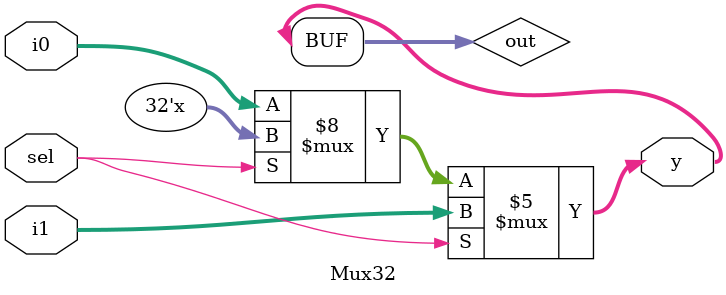
<source format=sv>

`timescale 1ns/1ns
module Mux32(output	[31:0]	y,input [31:0]i0,i1,input sel);
	reg	[31:0]	out; 	
assign	y = out;	
always @({sel,i0,i1})	begin
	if (sel == 0) out = i0;
	if (sel == 1) out = i1;
	end
endmodule

</source>
